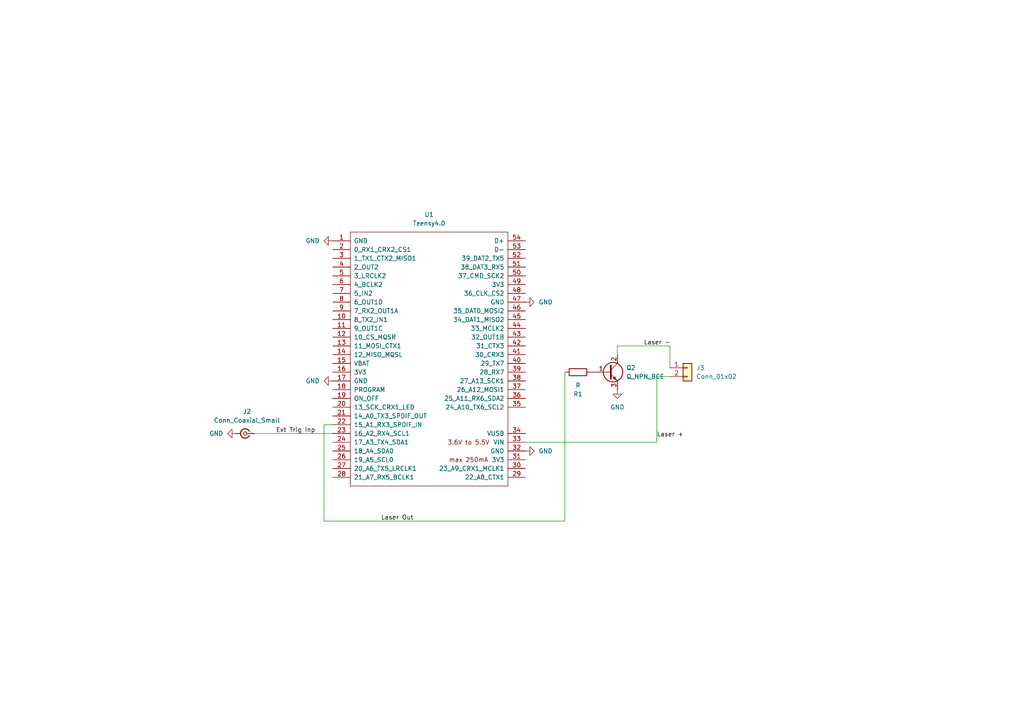
<source format=kicad_sch>
(kicad_sch (version 20231120) (generator "eeschema") (generator_version "8.0")
  (paper "A4")
  (lib_symbols
    (symbol "Connector:Conn_Coaxial_Small" (pin_numbers hide) (pin_names (offset 1.016) hide)
      (property "Reference" "J" (at 0.254 3.048 0))
      (property "Value" "Conn_Coaxial_Small" (at 0 -3.81 0))
      (symbol "Conn_Coaxial_Small_0_1"
        (polyline (pts (xy -2.54 0) (xy -0.508 0)))
        (circle (center 0 0) (radius 0.508) (stroke (width 0.2032)))
      )
      (symbol "Conn_Coaxial_Small_1_1"
        (arc (start -1.1916 -0.6311) (mid 0.327 -1.3081) (end 1.3484 0.0039) (stroke (width 0.3048)))
        (arc (start 1.3484 -0.0039) (mid 0.327 1.3081) (end -1.1916 0.6311) (stroke (width 0.3048)))
        (pin passive line (at -2.54 0 0) (length 1.27) (name "In") (number "1"))
        (pin passive line (at 2.54 0 180) (length 1.27) (name "Ext") (number "2"))
      )
    )
    (symbol "Connector_Generic:Conn_01x02" (pin_names (offset 1.016) hide)
      (property "Reference" "J" (at 0 2.54 0))
      (property "Value" "Conn_01x02" (at 0 -5.08 0))
      (symbol "Conn_01x02_1_1"
        (rectangle (start -1.27 -2.413) (end 0 -2.667) (stroke (width 0.1524)))
        (rectangle (start -1.27 0.127) (end 0 -0.127) (stroke (width 0.1524)))
        (rectangle (start -1.27 1.27) (end 1.27 -3.81) (stroke (width 0.254)) (fill (type background)))
        (pin passive line (at -5.08 0 0) (length 3.81) (name "Pin_1") (number "1"))
        (pin passive line (at -5.08 -2.54 0) (length 3.81) (name "Pin_2") (number "2"))
      )
    )
    (symbol "Device:Q_NPN_BCE" (pin_names (offset 0) hide)
      (property "Reference" "Q" (at 5.08 1.27 0))
      (property "Value" "Q_NPN_BCE" (at 5.08 -1.27 0))
      (symbol "Q_NPN_BCE_0_1"
        (polyline (pts (xy 0.635 0.635) (xy 2.54 2.54)))
        (polyline (pts (xy 0.635 -0.635) (xy 2.54 -2.54) (xy 2.54 -2.54)))
        (polyline (pts (xy 0.635 1.905) (xy 0.635 -1.905) (xy 0.635 -1.905)) (stroke (width 0.508)))
        (polyline (pts (xy 1.27 -1.778) (xy 1.778 -1.27) (xy 2.286 -2.286) (xy 1.27 -1.778) (xy 1.27 -1.778)) (fill (type outline)))
        (circle (center 1.27 0) (radius 2.8194) (stroke (width 0.254)))
      )
      (symbol "Q_NPN_BCE_1_1"
        (pin input line (at -5.08 0 0) (length 5.715) (name "B") (number "1"))
        (pin passive line (at 2.54 5.08 270) (length 2.54) (name "C") (number "2"))
        (pin passive line (at 2.54 -5.08 90) (length 2.54) (name "E") (number "3"))
      )
    )
    (symbol "Device:R" (pin_numbers hide) (pin_names (offset 0))
      (property "Reference" "R" (at 2.032 0 90))
      (property "Value" "R" (at 0 0 90))
      (symbol "R_0_1"
        (rectangle (start -1.016 -2.54) (end 1.016 2.54) (stroke (width 0.254)))
      )
      (symbol "R_1_1"
        (pin passive line (at 0 3.81 270) (length 1.27) (name "~") (number "1"))
        (pin passive line (at 0 -3.81 90) (length 1.27) (name "~") (number "2"))
      )
    )
    (symbol "power:GND" (power) (pin_numbers hide) (pin_names (offset 0) hide)
      (property "Value" "GND" (at 0 -3.81 0))
      (symbol "GND_0_1"
        (polyline (pts (xy 0 0) (xy 0 -1.27) (xy 1.27 -1.27) (xy 0 -2.54) (xy -1.27 -1.27) (xy 0 -1.27)))
      )
      (symbol "GND_1_1"
        (pin power_in line (at 0 0 270) (length 0) (name "~") (number "1"))
      )
    )
    (symbol "teensy:Teensy4.0" (pin_names (offset 1.016))
      (property "Reference" "U" (at 0 39.37 0))
      (property "Value" "Teensy4.0" (at 0 -39.37 0))
      (symbol "Teensy4.0_0_0"
        (text "3.6V to 5.5V" (at 11.43 -24.13 0) (effects (font (size 1.27 1.27))))
        (text "max 250mA" (at 11.43 -29.21 0) (effects (font (size 1.27 1.27))))
        (pin bidirectional line (at -27.94 11.43 0) (length 5.08) (name "8_TX2_IN1") (number "10"))
        (pin bidirectional line (at -27.94 8.89 0) (length 5.08) (name "9_OUT1C") (number "11"))
        (pin bidirectional line (at -27.94 6.35 0) (length 5.08) (name "10_CS_MQSR") (number "12"))
        (pin bidirectional line (at -27.94 3.81 0) (length 5.08) (name "11_MOSI_CTX1") (number "13"))
        (pin bidirectional line (at -27.94 1.27 0) (length 5.08) (name "12_MISO_MQSL") (number "14"))
        (pin power_in line (at -27.94 -1.27 0) (length 5.08) (name "VBAT") (number "15"))
        (pin power_in line (at -27.94 -3.81 0) (length 5.08) (name "3V3") (number "16"))
        (pin power_in line (at -27.94 -6.35 0) (length 5.08) (name "GND") (number "17"))
        (pin input line (at -27.94 -8.89 0) (length 5.08) (name "PROGRAM") (number "18"))
        (pin input line (at -27.94 -11.43 0) (length 5.08) (name "ON_OFF") (number "19"))
        (pin bidirectional line (at -27.94 -13.97 0) (length 5.08) (name "13_SCK_CRX1_LED") (number "20"))
        (pin bidirectional line (at -27.94 -16.51 0) (length 5.08) (name "14_A0_TX3_SPDIF_OUT") (number "21"))
        (pin bidirectional line (at -27.94 -19.05 0) (length 5.08) (name "15_A1_RX3_SPDIF_IN") (number "22"))
        (pin bidirectional line (at -27.94 -21.59 0) (length 5.08) (name "16_A2_RX4_SCL1") (number "23"))
        (pin bidirectional line (at -27.94 -24.13 0) (length 5.08) (name "17_A3_TX4_SDA1") (number "24"))
        (pin bidirectional line (at -27.94 -26.67 0) (length 5.08) (name "18_A4_SDA0") (number "25"))
        (pin bidirectional line (at -27.94 -29.21 0) (length 5.08) (name "19_A5_SCL0") (number "26"))
        (pin bidirectional line (at -27.94 -31.75 0) (length 5.08) (name "20_A6_TX5_LRCLK1") (number "27"))
        (pin bidirectional line (at -27.94 -34.29 0) (length 5.08) (name "21_A7_RX5_BCLK1") (number "28"))
        (pin bidirectional line (at 27.94 -34.29 180) (length 5.08) (name "22_A8_CTX1") (number "29"))
        (pin bidirectional line (at 27.94 -31.75 180) (length 5.08) (name "23_A9_CRX1_MCLK1") (number "30"))
        (pin power_out line (at 27.94 -29.21 180) (length 5.08) (name "3V3") (number "31"))
        (pin power_in line (at 27.94 -26.67 180) (length 5.08) (name "GND") (number "32"))
        (pin power_in line (at 27.94 -24.13 180) (length 5.08) (name "VIN") (number "33"))
        (pin power_out line (at 27.94 -21.59 180) (length 5.08) (name "VUSB") (number "34"))
        (pin bidirectional line (at 27.94 -13.97 180) (length 5.08) (name "24_A10_TX6_SCL2") (number "35"))
        (pin bidirectional line (at 27.94 -11.43 180) (length 5.08) (name "25_A11_RX6_SDA2") (number "36"))
        (pin bidirectional line (at 27.94 -8.89 180) (length 5.08) (name "26_A12_MOSI1") (number "37"))
        (pin bidirectional line (at 27.94 -6.35 180) (length 5.08) (name "27_A13_SCK1") (number "38"))
        (pin bidirectional line (at 27.94 -3.81 180) (length 5.08) (name "28_RX7") (number "39"))
        (pin bidirectional line (at 27.94 -1.27 180) (length 5.08) (name "29_TX7") (number "40"))
        (pin bidirectional line (at 27.94 1.27 180) (length 5.08) (name "30_CRX3") (number "41"))
        (pin bidirectional line (at 27.94 3.81 180) (length 5.08) (name "31_CTX3") (number "42"))
        (pin bidirectional line (at 27.94 6.35 180) (length 5.08) (name "32_OUT1B") (number "43"))
        (pin bidirectional line (at 27.94 8.89 180) (length 5.08) (name "33_MCLK2") (number "44"))
        (pin bidirectional line (at 27.94 11.43 180) (length 5.08) (name "34_DAT1_MISO2") (number "45"))
        (pin bidirectional line (at 27.94 13.97 180) (length 5.08) (name "35_DAT0_MOSI2") (number "46"))
        (pin power_out line (at 27.94 16.51 180) (length 5.08) (name "GND") (number "47"))
        (pin bidirectional line (at 27.94 19.05 180) (length 5.08) (name "36_CLK_CS2") (number "48"))
        (pin power_out line (at 27.94 21.59 180) (length 5.08) (name "3V3") (number "49"))
        (pin bidirectional line (at -27.94 24.13 0) (length 5.08) (name "3_LRCLK2") (number "5"))
        (pin bidirectional line (at 27.94 24.13 180) (length 5.08) (name "37_CMD_SCK2") (number "50"))
        (pin bidirectional line (at 27.94 26.67 180) (length 5.08) (name "38_DAT3_RX5") (number "51"))
        (pin bidirectional line (at 27.94 29.21 180) (length 5.08) (name "39_DAT2_TX5") (number "52"))
        (pin bidirectional line (at 27.94 31.75 180) (length 5.08) (name "D-") (number "53"))
        (pin bidirectional line (at 27.94 34.29 180) (length 5.08) (name "D+") (number "54"))
        (pin bidirectional line (at -27.94 21.59 0) (length 5.08) (name "4_BCLK2") (number "6"))
        (pin bidirectional line (at -27.94 19.05 0) (length 5.08) (name "5_IN2") (number "7"))
        (pin bidirectional line (at -27.94 16.51 0) (length 5.08) (name "6_OUT1D") (number "8"))
        (pin bidirectional line (at -27.94 13.97 0) (length 5.08) (name "7_RX2_OUT1A") (number "9"))
      )
      (symbol "Teensy4.0_0_1"
        (rectangle (start -22.86 36.83) (end 22.86 -36.83))
        (rectangle (start -20.32 -31.75) (end -20.32 -31.75))
      )
      (symbol "Teensy4.0_1_1"
        (pin power_in line (at -27.94 34.29 0) (length 5.08) (name "GND") (number "1"))
        (pin bidirectional line (at -27.94 31.75 0) (length 5.08) (name "0_RX1_CRX2_CS1") (number "2"))
        (pin bidirectional line (at -27.94 29.21 0) (length 5.08) (name "1_TX1_CTX2_MISO1") (number "3"))
        (pin bidirectional line (at -27.94 26.67 0) (length 5.08) (name "2_OUT2") (number "4"))
      )
    )
  )
  (wire (pts (xy 73.66 125.73) (xy 96.52 125.73)))
  (wire (pts (xy 152.4 128.27) (xy 190.5 128.27)))
  (wire (pts (xy 194.31 100.33) (xy 194.31 106.68)))
  (wire (pts (xy 93.98 151.13) (xy 163.83 151.13)))
  (wire (pts (xy 163.83 151.13) (xy 163.83 107.95)))
  (wire (pts (xy 179.07 102.87) (xy 179.07 100.33)))
  (wire (pts (xy 93.98 123.19) (xy 96.52 123.19)))
  (wire (pts (xy 179.07 100.33) (xy 194.31 100.33)))
  (wire (pts (xy 93.98 123.19) (xy 93.98 151.13)))
  (wire (pts (xy 190.5 128.27) (xy 190.5 109.22)))
  (wire (pts (xy 190.5 109.22) (xy 194.31 109.22)))
  (label "Laser Out" (at 110.49 151.13 0))
  (label "Laser -" (at 186.69 100.33 0))
  (label "Laser +" (at 190.5 127 0))
  (label "Ext Trig Inp" (at 80.01 125.73 0))
  (symbol (lib_id "teensy:Teensy4.0") (at 124.46 104.14 0) (unit 1)
    (property "Reference" "U1" (at 124.46 62.23 0))
    (property "Value" "Teensy4.0" (at 124.46 64.77 0))
    (property "Footprint" "teensy:Teensy40" (effects (hide yes)))
  )
  (symbol (lib_id "power:GND") (at 96.52 69.85 270) (unit 1)
    (property "Reference" "#PWR03" (effects (hide yes)))
    (property "Value" "GND" (at 92.71 69.8499 90) (effects (justify right)))
    (property "Description" "Power symbol creates a global label with name \"GND\" , ground" (effects (hide yes)))
  )
  (symbol (lib_id "power:GND") (at 179.07 113.03 0) (unit 1)
    (property "Reference" "#PWR07" (effects (hide yes)))
    (property "Value" "GND" (at 179.07 118.11 0))
    (property "Description" "Power symbol creates a global label with name \"GND\" , ground" (effects (hide yes)))
  )
  (symbol (lib_id "Device:R") (at 167.64 107.95 270) (unit 1)
    (property "Reference" "R1" (at 167.64 114.3 90))
    (property "Value" "R" (at 167.64 111.76 90))
    (property "Footprint" "Resistor_SMD:R_0805_2012Metric" (effects (hide yes)))
    (property "Description" "Resistor" (effects (hide yes)))
  )
  (symbol (lib_id "power:GND") (at 152.4 87.63 90) (unit 1)
    (property "Reference" "#PWR04" (effects (hide yes)))
    (property "Value" "GND" (at 156.21 87.6299 90) (effects (justify right)))
    (property "Description" "Power symbol creates a global label with name \"GND\" , ground" (effects (hide yes)))
  )
  (symbol (lib_id "power:GND") (at 152.4 130.81 90) (unit 1)
    (property "Reference" "#PWR05" (effects (hide yes)))
    (property "Value" "GND" (at 156.21 130.8099 90) (effects (justify right)))
    (property "Description" "Power symbol creates a global label with name \"GND\" , ground" (effects (hide yes)))
  )
  (symbol (lib_id "power:GND") (at 96.52 110.49 270) (unit 1)
    (property "Reference" "#PWR06" (effects (hide yes)))
    (property "Value" "GND" (at 92.71 110.4899 90) (effects (justify right)))
    (property "Description" "Power symbol creates a global label with name \"GND\" , ground" (effects (hide yes)))
  )
  (symbol (lib_id "power:GND") (at 68.58 125.73 270) (unit 1)
    (property "Reference" "#PWR02" (effects (hide yes)))
    (property "Value" "GND" (at 64.77 125.7299 90) (effects (justify right)))
    (property "Description" "Power symbol creates a global label with name \"GND\" , ground" (effects (hide yes)))
  )
  (symbol (lib_id "Connector:Conn_Coaxial_Small") (at 71.12 125.73 180) (unit 1)
    (property "Reference" "J2" (at 71.6395 119.38 0))
    (property "Value" "Conn_Coaxial_Small" (at 71.6395 121.92 0))
    (property "Footprint" "Connector_Coaxial:SMA_Amphenol_132134_Vertical" (effects (hide yes)))
    (property "Datasheet" " ~" (effects (hide yes)))
    (property "Description" "small coaxial connector (BNC, SMA, SMB, SMC, Cinch/RCA, LEMO, ...)" (effects (hide yes)))
  )
  (symbol (lib_id "Device:Q_NPN_BCE") (at 176.53 107.95 0) (unit 1)
    (property "Reference" "Q2" (at 181.61 106.6799 0) (effects (justify left)))
    (property "Value" "Q_NPN_BCE" (at 181.61 109.2199 0) (effects (justify left)))
    (property "Footprint" "Package_TO_SOT_SMD:SOT-23" (effects (hide yes)))
    (property "Description" "NPN transistor, base/collector/emitter" (effects (hide yes)))
  )
  (symbol (lib_id "Connector_Generic:Conn_01x02") (at 199.39 106.68 0) (unit 1)
    (property "Reference" "J3" (at 201.93 106.6799 0) (effects (justify left)))
    (property "Value" "Conn_01x02" (at 201.93 109.2199 0) (effects (justify left)))
    (property "Footprint" "Connector_JST:JST_EH_S2B-EH_1x02_P2.50mm_Horizontal" (effects (hide yes)))
    (property "Description" "Generic connector, single row, 01x02, script generated (kicad-library-utils/schlib/autogen/connector/)" (effects (hide yes)))
  )
)
</source>
